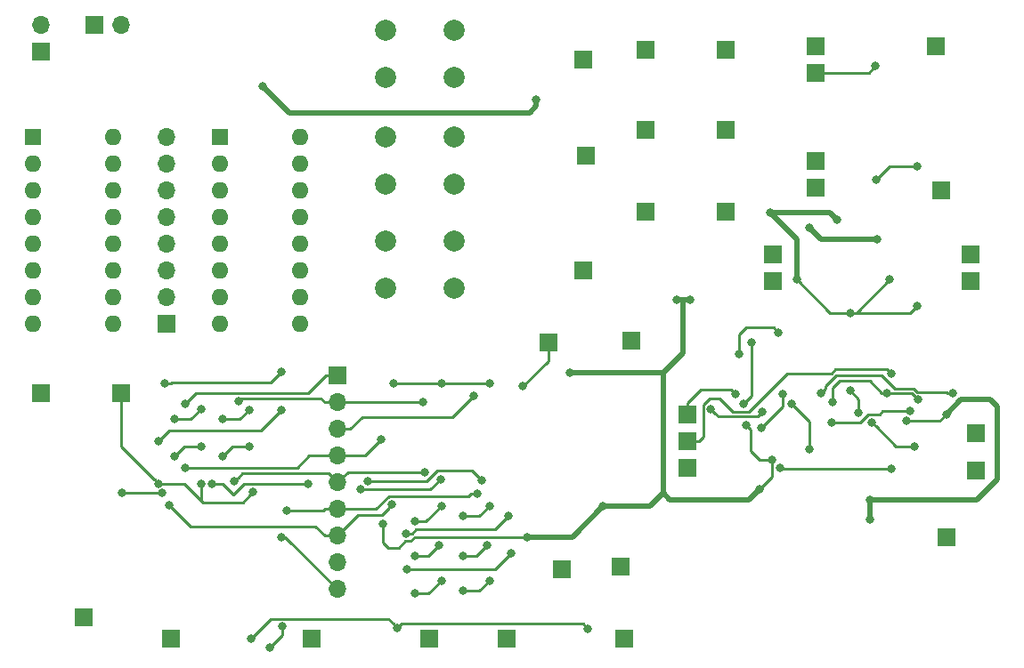
<source format=gbr>
G04 #@! TF.GenerationSoftware,KiCad,Pcbnew,(5.1.5)-3*
G04 #@! TF.CreationDate,2020-01-30T19:41:33+01:00*
G04 #@! TF.ProjectId,TestingBoard,54657374-696e-4674-926f-6172642e6b69,rev?*
G04 #@! TF.SameCoordinates,Original*
G04 #@! TF.FileFunction,Copper,L2,Bot*
G04 #@! TF.FilePolarity,Positive*
%FSLAX46Y46*%
G04 Gerber Fmt 4.6, Leading zero omitted, Abs format (unit mm)*
G04 Created by KiCad (PCBNEW (5.1.5)-3) date 2020-01-30 19:41:33*
%MOMM*%
%LPD*%
G04 APERTURE LIST*
%ADD10R,1.700000X1.700000*%
%ADD11O,1.700000X1.700000*%
%ADD12O,1.600000X1.600000*%
%ADD13R,1.600000X1.600000*%
%ADD14C,2.000000*%
%ADD15C,0.800000*%
%ADD16C,0.250000*%
%ADD17C,0.500000*%
G04 APERTURE END LIST*
D10*
X89662000Y-86487000D03*
X81788000Y-86614000D03*
X41148000Y-91440000D03*
X33528000Y-91440000D03*
D11*
X45466000Y-67056000D03*
X45466000Y-69596000D03*
X45466000Y-72136000D03*
X45466000Y-74676000D03*
X45466000Y-77216000D03*
X45466000Y-79756000D03*
X45466000Y-82296000D03*
D10*
X45466000Y-84836000D03*
D11*
X33528000Y-56388000D03*
D10*
X33528000Y-58928000D03*
X38608000Y-56388000D03*
D11*
X41148000Y-56388000D03*
X61722000Y-110109000D03*
X61722000Y-107569000D03*
X61722000Y-105029000D03*
X61722000Y-102489000D03*
X61722000Y-99949000D03*
X61722000Y-97409000D03*
X61722000Y-94869000D03*
X61722000Y-92329000D03*
D10*
X61722000Y-89789000D03*
D12*
X40386000Y-67056000D03*
X32766000Y-84836000D03*
X40386000Y-69596000D03*
X32766000Y-82296000D03*
X40386000Y-72136000D03*
X32766000Y-79756000D03*
X40386000Y-74676000D03*
X32766000Y-77216000D03*
X40386000Y-77216000D03*
X32766000Y-74676000D03*
X40386000Y-79756000D03*
X32766000Y-72136000D03*
X40386000Y-82296000D03*
X32766000Y-69596000D03*
X40386000Y-84836000D03*
D13*
X32766000Y-67056000D03*
X50546000Y-67056000D03*
D12*
X58166000Y-84836000D03*
X50546000Y-69596000D03*
X58166000Y-82296000D03*
X50546000Y-72136000D03*
X58166000Y-79756000D03*
X50546000Y-74676000D03*
X58166000Y-77216000D03*
X50546000Y-77216000D03*
X58166000Y-74676000D03*
X50546000Y-79756000D03*
X58166000Y-72136000D03*
X50546000Y-82296000D03*
X58166000Y-69596000D03*
X50546000Y-84836000D03*
X58166000Y-67056000D03*
D14*
X72794000Y-76962000D03*
X72794000Y-81462000D03*
X66294000Y-76962000D03*
X66294000Y-81462000D03*
X72794000Y-56896000D03*
X72794000Y-61396000D03*
X66294000Y-56896000D03*
X66294000Y-61396000D03*
X66294000Y-71556000D03*
X66294000Y-67056000D03*
X72794000Y-71556000D03*
X72794000Y-67056000D03*
D10*
X107188000Y-58420000D03*
X107188000Y-60960000D03*
X118618000Y-58420000D03*
X91059000Y-58801000D03*
X98679000Y-58801000D03*
X107188000Y-71882000D03*
X119126000Y-72136000D03*
X107188000Y-69342000D03*
X83058000Y-108204000D03*
X37592000Y-112776000D03*
X88646000Y-107950000D03*
X91059000Y-74168000D03*
X98679000Y-74168000D03*
X91059000Y-66421000D03*
X98679000Y-66421000D03*
X119634000Y-105156000D03*
X85090000Y-79756000D03*
X85090000Y-59690000D03*
X85344000Y-68834000D03*
X94996000Y-93472000D03*
X94996000Y-96012000D03*
X94996000Y-98552000D03*
X103124000Y-78232000D03*
X103124000Y-80772000D03*
X122428000Y-98806000D03*
X122428000Y-95250000D03*
X121920000Y-78232000D03*
X121920000Y-80772000D03*
X45910500Y-114808000D03*
X70485000Y-114808000D03*
X59309000Y-114808000D03*
X89027000Y-114808000D03*
X77851000Y-114808000D03*
D15*
X101854000Y-100584000D03*
X103073998Y-97790000D03*
X116967000Y-92075000D03*
X114005570Y-91408647D03*
X108839000Y-92329000D03*
X100584000Y-94488000D03*
X66040000Y-103886000D03*
X105410000Y-80645000D03*
X110490000Y-83820000D03*
X114249998Y-80645000D03*
X116840000Y-83185000D03*
X102870000Y-74295000D03*
X109220000Y-74930000D03*
X54610000Y-62230000D03*
X80645000Y-63500000D03*
X95250000Y-82550000D03*
X93980000Y-82550000D03*
X83820000Y-89535000D03*
X79756000Y-105156000D03*
X86995000Y-102235000D03*
X45085000Y-100965000D03*
X41275000Y-100965000D03*
X55334478Y-115692461D03*
X56515000Y-113665000D03*
X115824000Y-94107000D03*
X119634000Y-93472000D03*
X104060196Y-91490002D03*
X99949000Y-87757000D03*
X103649012Y-85658988D03*
X102071010Y-94742000D03*
X113030000Y-76835000D03*
X106575500Y-75669500D03*
X112395000Y-101600000D03*
X112395000Y-103505000D03*
X112903000Y-60325000D03*
X112981763Y-71083034D03*
X116840000Y-69850000D03*
X67056000Y-90474002D03*
X71628000Y-90474002D03*
X76200000Y-90474002D03*
X79375000Y-90805000D03*
X69088000Y-110490000D03*
X71628000Y-109270002D03*
X68326000Y-108204000D03*
X78232000Y-106680000D03*
X68242196Y-104799510D03*
X77978000Y-103124000D03*
X69088000Y-106934000D03*
X71414476Y-105881010D03*
X69088000Y-103632000D03*
X71628000Y-102158002D03*
X73660000Y-110236000D03*
X76200000Y-109270002D03*
X73660000Y-106934000D03*
X75986476Y-105881010D03*
X73660000Y-103124000D03*
X76200000Y-102158002D03*
X46228000Y-93929998D03*
X48768000Y-92964000D03*
X45337734Y-90549734D03*
X56388000Y-89408000D03*
X46228000Y-97485998D03*
X48768000Y-96520000D03*
X44704000Y-96012000D03*
X56388000Y-93048010D03*
X48768000Y-100076000D03*
X53734034Y-100814432D03*
X44691076Y-100045844D03*
X50800000Y-93929998D03*
X53340000Y-93048010D03*
X50800000Y-97485998D03*
X53340000Y-96520000D03*
X47244000Y-92456000D03*
X69850000Y-92329000D03*
X52324000Y-92165010D03*
X74676000Y-91694000D03*
X65913000Y-95885000D03*
X47262002Y-98552000D03*
X67437000Y-113792000D03*
X53480498Y-114808000D03*
X85534500Y-113855500D03*
X102108000Y-93218000D03*
X107696000Y-91440000D03*
X120272060Y-91407252D03*
X97245010Y-92968660D03*
X99564315Y-91488260D03*
X101092000Y-86614000D03*
X100330000Y-92492990D03*
X111303937Y-93326373D03*
X110490000Y-91186000D03*
X104902000Y-92456000D03*
X106637442Y-96794223D03*
X108712000Y-94234000D03*
X116195395Y-93178512D03*
X114428265Y-98680265D03*
X103799008Y-98552000D03*
X116586000Y-96520000D03*
X112526652Y-94201979D03*
X114407090Y-89545567D03*
X64643000Y-99822000D03*
X75440999Y-99732999D03*
X56404446Y-105157186D03*
X63917990Y-100584000D03*
X71525102Y-99616035D03*
X58928000Y-100076000D03*
X49784000Y-100076000D03*
X66929000Y-102057998D03*
X45770335Y-102134219D03*
X74990988Y-101025988D03*
X56896000Y-102616000D03*
X70068659Y-98959021D03*
X51946125Y-99866224D03*
D16*
X103073998Y-99364002D02*
X103073998Y-97790000D01*
X101854000Y-100584000D02*
X103073998Y-99364002D01*
X116967000Y-92075000D02*
X116332000Y-91440000D01*
X116332000Y-91440000D02*
X114036923Y-91440000D01*
X114036923Y-91440000D02*
X114005570Y-91408647D01*
X113439885Y-91408647D02*
X112328238Y-90297000D01*
X114005570Y-91408647D02*
X113439885Y-91408647D01*
X112328238Y-90297000D02*
X109474000Y-90297000D01*
X109474000Y-90297000D02*
X108839000Y-90932000D01*
X108839000Y-90932000D02*
X108839000Y-92329000D01*
X100983999Y-94887999D02*
X100983999Y-96919999D01*
X100584000Y-94488000D02*
X100983999Y-94887999D01*
X101854000Y-97790000D02*
X103073998Y-97790000D01*
X100983999Y-96919999D02*
X101854000Y-97790000D01*
X66040000Y-103886000D02*
X66040000Y-104451685D01*
X67564000Y-106172000D02*
X66548000Y-106172000D01*
X66040000Y-105664000D02*
X66040000Y-103886000D01*
X69087801Y-105156000D02*
X68719290Y-105524511D01*
X79756000Y-105156000D02*
X69087801Y-105156000D01*
X68719290Y-105524511D02*
X68211489Y-105524511D01*
X66548000Y-106172000D02*
X66040000Y-105664000D01*
X68211489Y-105524511D02*
X67564000Y-106172000D01*
X105410000Y-80645000D02*
X108585000Y-83820000D01*
X108585000Y-83820000D02*
X110490000Y-83820000D01*
X111074998Y-83820000D02*
X114249998Y-80645000D01*
X110490000Y-83820000D02*
X111074998Y-83820000D01*
X116205000Y-83820000D02*
X110490000Y-83820000D01*
X116840000Y-83185000D02*
X116205000Y-83820000D01*
D17*
X108585000Y-74295000D02*
X109220000Y-74930000D01*
X102870000Y-74295000D02*
X108585000Y-74295000D01*
X102870000Y-74295000D02*
X105410000Y-76835000D01*
X105410000Y-76835000D02*
X105410000Y-80645000D01*
X54610000Y-62230000D02*
X57150000Y-64770000D01*
X57150000Y-64770000D02*
X80010000Y-64770000D01*
X80010000Y-64770000D02*
X80645000Y-64135000D01*
X80645000Y-64135000D02*
X80645000Y-63500000D01*
X94615000Y-82550000D02*
X94615000Y-87630000D01*
X93980000Y-82550000D02*
X94615000Y-82550000D01*
X94615000Y-82550000D02*
X95250000Y-82550000D01*
X94615000Y-87630000D02*
X92710000Y-89535000D01*
X92710000Y-89535000D02*
X83820000Y-89535000D01*
X92710000Y-89535000D02*
X92710000Y-100965000D01*
X92710000Y-100965000D02*
X93345000Y-101600000D01*
X100838000Y-101600000D02*
X101854000Y-100584000D01*
X93345000Y-101600000D02*
X100838000Y-101600000D01*
X79756000Y-105156000D02*
X84074000Y-105156000D01*
X84074000Y-105156000D02*
X86995000Y-102235000D01*
X91440000Y-102235000D02*
X92710000Y-100965000D01*
X86995000Y-102235000D02*
X91440000Y-102235000D01*
D16*
X45085000Y-100965000D02*
X41275000Y-100965000D01*
X55334478Y-115692461D02*
X56515000Y-114511939D01*
X56515000Y-114511939D02*
X56515000Y-113665000D01*
X115824000Y-94107000D02*
X118999000Y-94107000D01*
X118999000Y-94107000D02*
X119634000Y-93472000D01*
X103207024Y-85217000D02*
X103649012Y-85658988D01*
X99949000Y-85852000D02*
X100584000Y-85217000D01*
X99949000Y-87757000D02*
X99949000Y-85852000D01*
X100584000Y-85217000D02*
X103207024Y-85217000D01*
X104060196Y-91490002D02*
X104060196Y-92752814D01*
X104060196Y-92752814D02*
X102471009Y-94342001D01*
X102471009Y-94342001D02*
X102071010Y-94742000D01*
D17*
X112395000Y-103505000D02*
X112395000Y-101600000D01*
X112395000Y-101600000D02*
X122555000Y-101600000D01*
X122555000Y-101600000D02*
X124460000Y-99695000D01*
X124460000Y-99695000D02*
X124460000Y-92710000D01*
X124460000Y-92710000D02*
X123825000Y-92075000D01*
X121031000Y-92075000D02*
X119634000Y-93472000D01*
X123825000Y-92075000D02*
X121031000Y-92075000D01*
X107741000Y-76835000D02*
X106575500Y-75669500D01*
X113030000Y-76835000D02*
X107741000Y-76835000D01*
D16*
X112268000Y-60960000D02*
X107188000Y-60960000D01*
X112903000Y-60325000D02*
X112268000Y-60960000D01*
X112981763Y-71083034D02*
X114214797Y-69850000D01*
X114214797Y-69850000D02*
X116840000Y-69850000D01*
X67056000Y-90474002D02*
X71628000Y-90474002D01*
X76200000Y-90474002D02*
X71628000Y-90474002D01*
X81788000Y-88392000D02*
X81788000Y-86614000D01*
X79375000Y-90805000D02*
X81788000Y-88392000D01*
X69088000Y-110490000D02*
X70104000Y-110490000D01*
X70104000Y-110490000D02*
X70408002Y-110490000D01*
X70408002Y-110490000D02*
X71628000Y-109270002D01*
X68326000Y-108204000D02*
X76708000Y-108204000D01*
X76708000Y-108204000D02*
X78232000Y-106680000D01*
X68807881Y-104799510D02*
X69213391Y-104394000D01*
X68242196Y-104799510D02*
X68807881Y-104799510D01*
X69213391Y-104394000D02*
X76708000Y-104394000D01*
X76708000Y-104394000D02*
X77978000Y-103124000D01*
X69088000Y-106934000D02*
X70361486Y-106934000D01*
X71014477Y-106281009D02*
X71414476Y-105881010D01*
X70361486Y-106934000D02*
X71014477Y-106281009D01*
X69088000Y-103632000D02*
X70154002Y-103632000D01*
X70154002Y-103632000D02*
X71628000Y-102158002D01*
X73660000Y-110236000D02*
X75234002Y-110236000D01*
X75234002Y-110236000D02*
X76200000Y-109270002D01*
X73660000Y-106934000D02*
X74933486Y-106934000D01*
X74933486Y-106934000D02*
X75586477Y-106281009D01*
X75586477Y-106281009D02*
X75986476Y-105881010D01*
X73660000Y-103124000D02*
X74422000Y-103124000D01*
X74422000Y-103124000D02*
X75234002Y-103124000D01*
X75234002Y-103124000D02*
X76200000Y-102158002D01*
X48768000Y-92964000D02*
X47802002Y-93929998D01*
X47802002Y-93929998D02*
X46228000Y-93929998D01*
X45903419Y-90549734D02*
X46029153Y-90424000D01*
X45337734Y-90549734D02*
X45903419Y-90549734D01*
X46029153Y-90424000D02*
X55372000Y-90424000D01*
X55372000Y-90424000D02*
X56388000Y-89408000D01*
X46228000Y-97485998D02*
X47193998Y-96520000D01*
X47193998Y-96520000D02*
X48768000Y-96520000D01*
X45720000Y-94996000D02*
X54440010Y-94996000D01*
X55988001Y-93448009D02*
X56388000Y-93048010D01*
X54440010Y-94996000D02*
X55988001Y-93448009D01*
X44704000Y-96012000D02*
X45720000Y-94996000D01*
X53334035Y-101214431D02*
X53734034Y-100814432D01*
X52731464Y-101817002D02*
X53334035Y-101214431D01*
X48768000Y-101600000D02*
X48768000Y-100076000D01*
X48985002Y-101817002D02*
X48768000Y-101600000D01*
X48985002Y-101817002D02*
X52731464Y-101817002D01*
X41148000Y-96520000D02*
X44323000Y-99695000D01*
X41148000Y-91440000D02*
X41148000Y-96520000D01*
X48985002Y-101817002D02*
X47213844Y-100045844D01*
X47213844Y-100045844D02*
X45256761Y-100045844D01*
X45256761Y-100045844D02*
X44691076Y-100045844D01*
X44340232Y-99695000D02*
X44691076Y-100045844D01*
X44323000Y-99695000D02*
X44340232Y-99695000D01*
X52458012Y-93929998D02*
X53340000Y-93048010D01*
X50800000Y-93929998D02*
X52458012Y-93929998D01*
X50800000Y-97485998D02*
X51765998Y-96520000D01*
X51765998Y-96520000D02*
X53340000Y-96520000D01*
X60622000Y-89789000D02*
X58971000Y-91440000D01*
X61722000Y-89789000D02*
X60622000Y-89789000D01*
X48260000Y-91440000D02*
X47244000Y-92456000D01*
X58971000Y-91440000D02*
X48260000Y-91440000D01*
X61722000Y-92329000D02*
X69850000Y-92329000D01*
X60138919Y-91948000D02*
X52541010Y-91948000D01*
X52541010Y-91948000D02*
X52324000Y-92165010D01*
X60519919Y-92329000D02*
X60138919Y-91948000D01*
X61722000Y-92329000D02*
X60519919Y-92329000D01*
X62924081Y-94869000D02*
X64067081Y-93726000D01*
X61722000Y-94869000D02*
X62924081Y-94869000D01*
X72644000Y-93726000D02*
X74676000Y-91694000D01*
X64067081Y-93726000D02*
X72644000Y-93726000D01*
X61722000Y-94869000D02*
X61722000Y-94742000D01*
X61722000Y-94742000D02*
X61468000Y-94488000D01*
X61722000Y-97409000D02*
X64389000Y-97409000D01*
X64389000Y-97409000D02*
X65913000Y-95885000D01*
X59055000Y-97409000D02*
X61722000Y-97409000D01*
X47262002Y-98552000D02*
X57912000Y-98552000D01*
X57912000Y-98552000D02*
X59055000Y-97409000D01*
X85071001Y-113392001D02*
X85534500Y-113855500D01*
X67437000Y-113792000D02*
X67836999Y-113392001D01*
X67836999Y-113392001D02*
X85071001Y-113392001D01*
X66584998Y-112939998D02*
X67037001Y-113392001D01*
X67037001Y-113392001D02*
X67437000Y-113792000D01*
X55348500Y-112939998D02*
X66584998Y-112939998D01*
X53480498Y-114808000D02*
X55348500Y-112939998D01*
X97944361Y-93668011D02*
X97645009Y-93368659D01*
X102108000Y-93218000D02*
X101657989Y-93668011D01*
X101657989Y-93668011D02*
X97944361Y-93668011D01*
X97645009Y-93368659D02*
X97245010Y-92968660D01*
X116878410Y-91349999D02*
X119649122Y-91349999D01*
X107696000Y-91440000D02*
X108095999Y-91040001D01*
X109160599Y-89719991D02*
X113508512Y-89719991D01*
X113508512Y-89719991D02*
X114778510Y-90989989D01*
X114778510Y-90989989D02*
X116518400Y-90989989D01*
X116518400Y-90989989D02*
X116878410Y-91349999D01*
X108095999Y-91040001D02*
X108095999Y-90784591D01*
X119649122Y-91349999D02*
X119706375Y-91407252D01*
X108095999Y-90784591D02*
X109160599Y-89719991D01*
X119706375Y-91407252D02*
X120272060Y-91407252D01*
X94996000Y-92372000D02*
X94996000Y-93472000D01*
X96279739Y-91088261D02*
X94996000Y-92372000D01*
X99164316Y-91088261D02*
X96279739Y-91088261D01*
X99564315Y-91488260D02*
X99164316Y-91088261D01*
X101092000Y-86614000D02*
X101092000Y-91730990D01*
X101092000Y-91730990D02*
X100330000Y-92492990D01*
X110490000Y-91186000D02*
X111303937Y-91999937D01*
X111303937Y-91999937D02*
X111303937Y-93326373D01*
X104902000Y-92456000D02*
X106637442Y-94191442D01*
X106637442Y-94191442D02*
X106637442Y-96794223D01*
X113284000Y-93472000D02*
X112522000Y-93472000D01*
X111421629Y-94234000D02*
X109277685Y-94234000D01*
X112183629Y-93472000D02*
X111421629Y-94234000D01*
X109277685Y-94234000D02*
X108712000Y-94234000D01*
X113284000Y-93472000D02*
X112183629Y-93472000D01*
X113284000Y-93472000D02*
X113577488Y-93178512D01*
X113577488Y-93178512D02*
X115629710Y-93178512D01*
X115629710Y-93178512D02*
X116195395Y-93178512D01*
X114428265Y-98680265D02*
X103927273Y-98680265D01*
X103927273Y-98680265D02*
X103799008Y-98552000D01*
X112926651Y-94601978D02*
X112526652Y-94201979D01*
X114844673Y-96520000D02*
X112926651Y-94601978D01*
X116586000Y-96520000D02*
X114844673Y-96520000D01*
X96096000Y-96012000D02*
X94996000Y-96012000D01*
X100838000Y-93218000D02*
X99314000Y-93218000D01*
X104510433Y-89545567D02*
X100838000Y-93218000D01*
X99314000Y-93218000D02*
X98044000Y-91948000D01*
X97156410Y-91948000D02*
X96520000Y-92584410D01*
X114407090Y-89545567D02*
X114007091Y-89145568D01*
X98044000Y-91948000D02*
X97156410Y-91948000D01*
X109098611Y-89145568D02*
X108698612Y-89545567D01*
X108698612Y-89545567D02*
X104510433Y-89545567D01*
X96520000Y-92584410D02*
X96520000Y-95588000D01*
X114007091Y-89145568D02*
X109098611Y-89145568D01*
X96520000Y-95588000D02*
X96096000Y-96012000D01*
X64643000Y-99822000D02*
X70231000Y-99822000D01*
X70231000Y-99822000D02*
X71247000Y-98806000D01*
X71247000Y-98806000D02*
X74514000Y-98806000D01*
X74514000Y-98806000D02*
X75440999Y-99732999D01*
X56770186Y-105157186D02*
X56404446Y-105157186D01*
X61722000Y-110109000D02*
X56770186Y-105157186D01*
X70557137Y-100584000D02*
X71525102Y-99616035D01*
X63917990Y-100584000D02*
X70557137Y-100584000D01*
X58928000Y-100076000D02*
X52832000Y-100076000D01*
X52832000Y-100076000D02*
X51816000Y-101092000D01*
X51816000Y-101092000D02*
X50800000Y-100076000D01*
X50800000Y-100076000D02*
X49784000Y-100076000D01*
X61722000Y-105029000D02*
X63717001Y-103033999D01*
X65952999Y-103033999D02*
X66529001Y-102457997D01*
X66529001Y-102457997D02*
X66929000Y-102057998D01*
X63717001Y-103033999D02*
X65952999Y-103033999D01*
X59630919Y-104140000D02*
X47776116Y-104140000D01*
X47776116Y-104140000D02*
X45770335Y-102134219D01*
X60519919Y-105029000D02*
X59630919Y-104140000D01*
X61722000Y-105029000D02*
X60519919Y-105029000D01*
X74221269Y-101230022D02*
X74425303Y-101025988D01*
X66666801Y-101230022D02*
X74221269Y-101230022D01*
X61722000Y-102489000D02*
X65407822Y-102489000D01*
X65407822Y-102489000D02*
X66666801Y-101230022D01*
X74425303Y-101025988D02*
X74990988Y-101025988D01*
X58420000Y-102616000D02*
X56896000Y-102616000D01*
X60519919Y-102489000D02*
X60392919Y-102616000D01*
X61722000Y-102489000D02*
X60519919Y-102489000D01*
X60392919Y-102616000D02*
X58420000Y-102616000D01*
X61722000Y-99949000D02*
X62711979Y-98959021D01*
X62711979Y-98959021D02*
X69502974Y-98959021D01*
X69502974Y-98959021D02*
X70068659Y-98959021D01*
X52713348Y-99099001D02*
X52346124Y-99466225D01*
X61722000Y-99949000D02*
X60872001Y-99099001D01*
X52346124Y-99466225D02*
X51946125Y-99866224D01*
X60872001Y-99099001D02*
X52713348Y-99099001D01*
M02*

</source>
